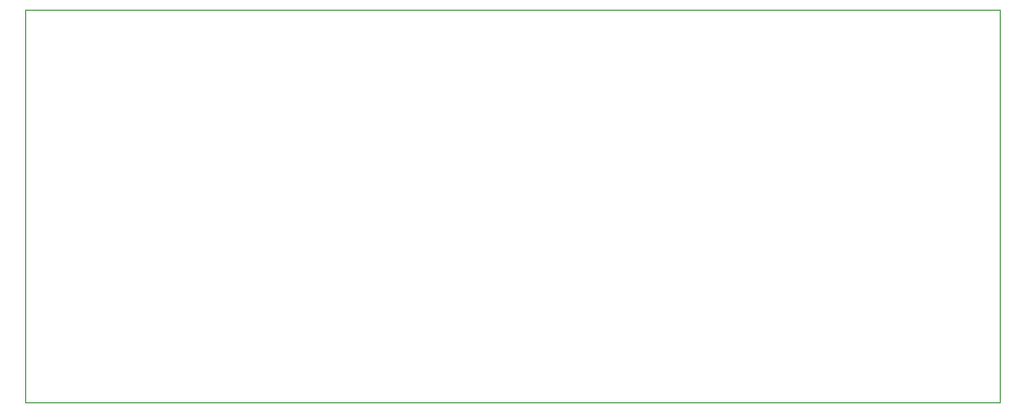
<source format=gbr>
G04 #@! TF.GenerationSoftware,KiCad,Pcbnew,5.1.2-1.fc30*
G04 #@! TF.CreationDate,2019-05-22T10:25:12+05:30*
G04 #@! TF.ProjectId,sx1509,73783135-3039-42e6-9b69-6361645f7063,v0.1*
G04 #@! TF.SameCoordinates,Original*
G04 #@! TF.FileFunction,Profile,NP*
%FSLAX46Y46*%
G04 Gerber Fmt 4.6, Leading zero omitted, Abs format (unit mm)*
G04 Created by KiCad (PCBNEW 5.1.2-1.fc30) date 2019-05-22 10:25:12*
%MOMM*%
%LPD*%
G04 APERTURE LIST*
%ADD10C,0.100000*%
G04 APERTURE END LIST*
D10*
X100000000Y-134290000D02*
X184999492Y-134290000D01*
X184999492Y-100000000D02*
X184999492Y-134290000D01*
X100000000Y-134290000D02*
X100000000Y-100000000D01*
X100000000Y-100000000D02*
X184999492Y-100000000D01*
M02*

</source>
